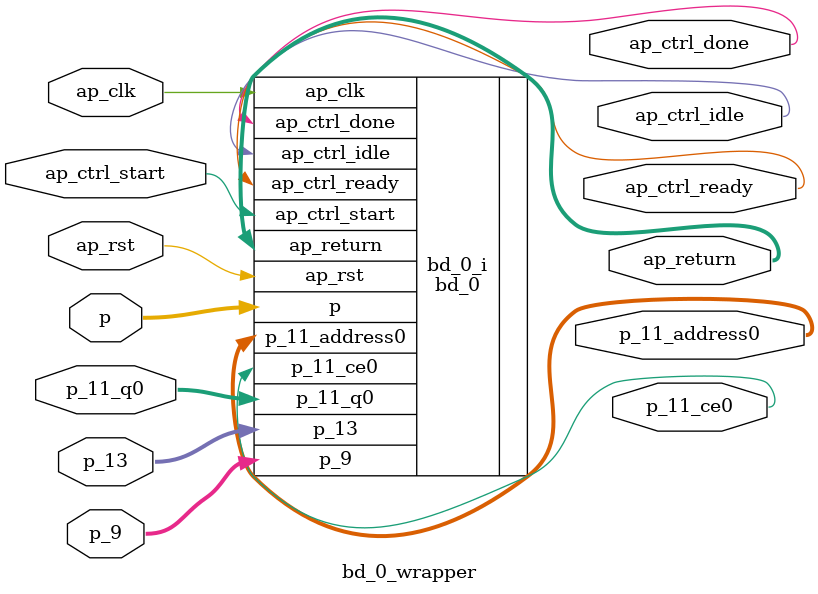
<source format=v>
`timescale 1 ps / 1 ps

module bd_0_wrapper
   (ap_clk,
    ap_ctrl_done,
    ap_ctrl_idle,
    ap_ctrl_ready,
    ap_ctrl_start,
    ap_return,
    ap_rst,
    p,
    p_11_address0,
    p_11_ce0,
    p_11_q0,
    p_13,
    p_9);
  input ap_clk;
  output ap_ctrl_done;
  output ap_ctrl_idle;
  output ap_ctrl_ready;
  input ap_ctrl_start;
  output [7:0]ap_return;
  input ap_rst;
  input [63:0]p;
  output [2:0]p_11_address0;
  output p_11_ce0;
  input [63:0]p_11_q0;
  input [15:0]p_13;
  input [15:0]p_9;

  wire ap_clk;
  wire ap_ctrl_done;
  wire ap_ctrl_idle;
  wire ap_ctrl_ready;
  wire ap_ctrl_start;
  wire [7:0]ap_return;
  wire ap_rst;
  wire [63:0]p;
  wire [2:0]p_11_address0;
  wire p_11_ce0;
  wire [63:0]p_11_q0;
  wire [15:0]p_13;
  wire [15:0]p_9;

  bd_0 bd_0_i
       (.ap_clk(ap_clk),
        .ap_ctrl_done(ap_ctrl_done),
        .ap_ctrl_idle(ap_ctrl_idle),
        .ap_ctrl_ready(ap_ctrl_ready),
        .ap_ctrl_start(ap_ctrl_start),
        .ap_return(ap_return),
        .ap_rst(ap_rst),
        .p(p),
        .p_11_address0(p_11_address0),
        .p_11_ce0(p_11_ce0),
        .p_11_q0(p_11_q0),
        .p_13(p_13),
        .p_9(p_9));
endmodule

</source>
